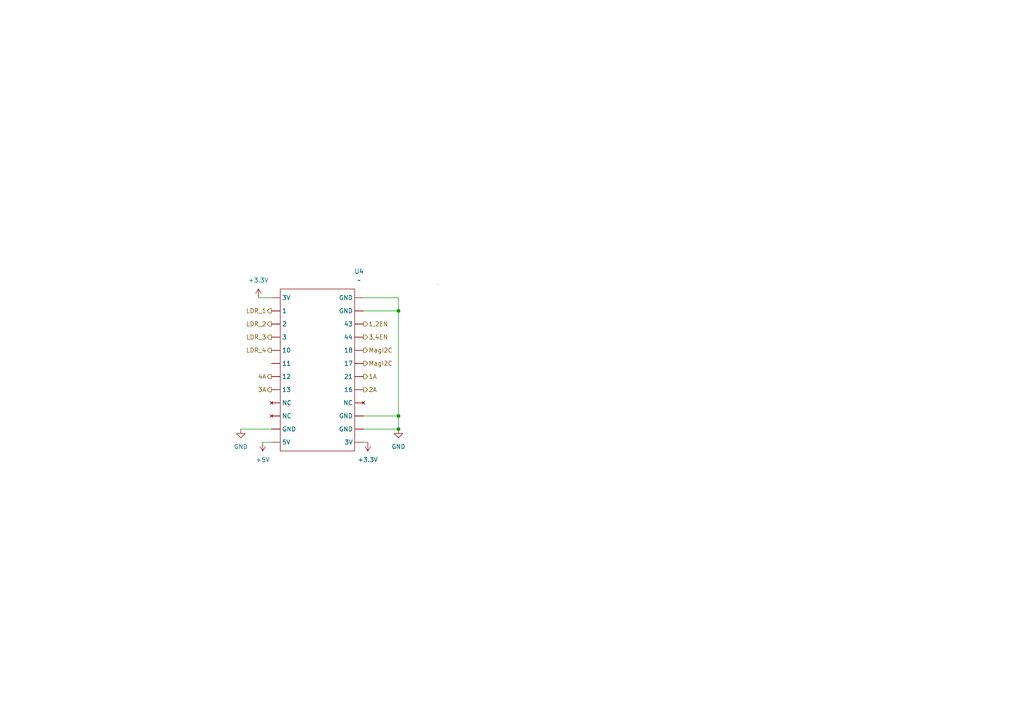
<source format=kicad_sch>
(kicad_sch (version 20250114) (generator "eeschema") (generator_version "9.0")
  (paper "A4")
  (lib_symbols
    (symbol "EPS32_lilygo_s3_1"
      (property "Reference" "U4" (at 12.7 2.54 0))
      (property "Value" "~" (at 12.7 0 0))
      (symbol "EPS32_lilygo_s3_1_0_1"
        (rectangle (start -10.16 -2.54) (end 11.43 -49.53))
        (rectangle (start 35.56 -1.27) (end 35.56 -1.27))
      )
      (symbol "EPS32_lilygo_s3_1_1_1"
        (pin output line (at -12.7 -5.08 0) (length 2.54) (name "3V") (number ""))
        (pin input line (at -12.7 -8.89 0) (length 2.54) (name "1") (number ""))
        (pin input line (at -12.7 -12.7 0) (length 2.54) (name "2") (number ""))
        (pin input line (at -12.7 -16.51 0) (length 2.54) (name "3") (number ""))
        (pin input line (at -12.7 -20.32 0) (length 2.54) (name "10") (number ""))
        (pin input line (at -12.7 -24.13 0) (length 2.54) (name "11") (number ""))
        (pin output line (at -12.7 -27.94 0) (length 2.54) (name "12") (number ""))
        (pin output line (at -12.7 -31.75 0) (length 2.54) (name "13") (number ""))
        (pin no_connect line (at -12.7 -35.56 0) (length 2.54) (name "NC") (number ""))
        (pin no_connect line (at -12.7 -39.37 0) (length 2.54) (name "NC") (number ""))
        (pin output line (at -12.7 -43.18 0) (length 2.54) (name "GND") (number ""))
        (pin output line (at -12.7 -46.99 0) (length 2.54) (name "5V") (number ""))
        (pin output line (at 13.97 -5.08 180) (length 2.54) (name "GND") (number ""))
        (pin output line (at 13.97 -8.89 180) (length 2.54) (name "GND") (number ""))
        (pin output line (at 13.97 -12.7 180) (length 2.54) (name "43") (number ""))
        (pin output line (at 13.97 -16.51 180) (length 2.54) (name "44") (number ""))
        (pin bidirectional line (at 13.97 -20.32 180) (length 2.54) (name "18") (number ""))
        (pin bidirectional line (at 13.97 -24.13 180) (length 2.54) (name "17") (number ""))
        (pin output line (at 13.97 -27.94 180) (length 2.54) (name "21") (number ""))
        (pin output line (at 13.97 -31.75 180) (length 2.54) (name "16") (number ""))
        (pin no_connect line (at 13.97 -35.56 180) (length 2.54) (name "NC") (number ""))
        (pin output line (at 13.97 -39.37 180) (length 2.54) (name "GND") (number ""))
        (pin output line (at 13.97 -43.18 180) (length 2.54) (name "GND") (number ""))
        (pin output line (at 13.97 -46.99 180) (length 2.54) (name "3V") (number ""))
      )
    )
    (symbol "power:+3.3V" (power) (pin_numbers (hide yes)) (pin_names (offset 0) (hide yes))
      (property "Value" "+3.3V" (at 0 3.556 0))
      (symbol "+3.3V_0_1"
        (polyline (pts (xy -0.762 1.27) (xy 0 2.54)))
        (polyline (pts (xy 0 2.54) (xy 0.762 1.27)))
        (polyline (pts (xy 0 0) (xy 0 2.54)))
      )
      (symbol "+3.3V_1_1"
        (pin power_in line (at 0 0 90) (length 0) (name "~") (number "1"))
      )
    )
    (symbol "power:+5V" (power) (pin_numbers (hide yes)) (pin_names (offset 0) (hide yes))
      (property "Value" "+5V" (at 0 3.556 0))
      (symbol "+5V_0_1"
        (polyline (pts (xy -0.762 1.27) (xy 0 2.54)))
        (polyline (pts (xy 0 2.54) (xy 0.762 1.27)))
        (polyline (pts (xy 0 0) (xy 0 2.54)))
      )
      (symbol "+5V_1_1"
        (pin power_in line (at 0 0 90) (length 0) (name "~") (number "1"))
      )
    )
    (symbol "power:GND" (power) (pin_numbers (hide yes)) (pin_names (offset 0) (hide yes))
      (property "Value" "GND" (at 0 -3.81 0))
      (symbol "GND_0_1"
        (polyline (pts (xy 0 0) (xy 0 -1.27) (xy 1.27 -1.27) (xy 0 -2.54) (xy -1.27 -1.27) (xy 0 -1.27)))
      )
      (symbol "GND_1_1"
        (pin power_in line (at 0 0 270) (length 0) (name "~") (number "1"))
      )
    )
  )
  (junction (at 115.57 90.17))
  (junction (at 115.57 120.65))
  (junction (at 115.57 124.46))
  (wire (pts (xy 69.85 124.46) (xy 78.74 124.46)))
  (wire (pts (xy 106.68 128.27) (xy 105.41 128.27)))
  (wire (pts (xy 115.57 120.65) (xy 115.57 124.46)))
  (wire (pts (xy 115.57 86.36) (xy 105.41 86.36)))
  (wire (pts (xy 74.93 86.36) (xy 78.74 86.36)))
  (wire (pts (xy 105.41 90.17) (xy 115.57 90.17)))
  (wire (pts (xy 115.57 86.36) (xy 115.57 90.17)))
  (wire (pts (xy 105.41 120.65) (xy 115.57 120.65)))
  (wire (pts (xy 105.41 124.46) (xy 115.57 124.46)))
  (wire (pts (xy 115.57 90.17) (xy 115.57 120.65)))
  (wire (pts (xy 76.2 128.27) (xy 78.74 128.27)))
  (hierarchical_label "LDR_2" (shape output) (at 78.74 93.98 180))
  (hierarchical_label "LDR_3" (shape output) (at 78.74 97.79 180))
  (hierarchical_label "LDR_4" (shape output) (at 78.74 101.6 180))
  (hierarchical_label "1A" (shape output) (at 105.41 109.22 0))
  (hierarchical_label "LDR_1" (shape output) (at 78.74 90.17 180))
  (hierarchical_label "MagI2C" (shape output) (at 105.41 101.6 0))
  (hierarchical_label "3A" (shape output) (at 78.74 113.03 180))
  (hierarchical_label "2A" (shape output) (at 105.41 113.03 0))
  (hierarchical_label "4A" (shape output) (at 78.74 109.22 180))
  (hierarchical_label "3,4EN" (shape output) (at 105.41 97.79 0))
  (hierarchical_label "MagI2C" (shape output) (at 105.41 105.41 0))
  (hierarchical_label "1,2EN" (shape output) (at 105.41 93.98 0))
  (symbol (lib_id "power:+3.3V") (at 74.93 86.36 0) (unit 1)
    (property "Reference" "#PWR011" (effects (hide yes)))
    (property "Value" "+3.3V" (at 74.93 81.28 0))
    (property "Description" "Power symbol creates a global label with name \"+3.3V\"" (effects (hide yes)))
  )
  (symbol (lib_name "EPS32_lilygo_s3_1") (lib_id "project_lib:EPS32_lilygo_s3") (at 91.44 81.28 0) (unit 1)
    (property "Reference" "U4" (at 104.14 78.74 0))
    (property "Value" "~" (at 104.14 81.28 0))
  )
  (symbol (lib_id "power:+3.3V") (at 106.68 128.27 180) (unit 1)
    (property "Reference" "#PWR012" (effects (hide yes)))
    (property "Value" "+3.3V" (at 106.68 133.35 0))
    (property "Description" "Power symbol creates a global label with name \"+3.3V\"" (effects (hide yes)))
  )
  (symbol (lib_id "power:GND") (at 69.85 124.46 0) (unit 1)
    (property "Reference" "#PWR013" (effects (hide yes)))
    (property "Value" "GND" (at 69.85 129.54 0))
    (property "Description" "Power symbol creates a global label with name \"GND\" , ground" (effects (hide yes)))
  )
  (symbol (lib_id "power:+5V") (at 76.2 128.27 180) (unit 1)
    (property "Reference" "#PWR014" (effects (hide yes)))
    (property "Value" "+5V" (at 76.2 133.35 0))
    (property "Description" "Power symbol creates a global label with name \"+5V\"" (effects (hide yes)))
  )
  (symbol (lib_id "power:GND") (at 115.57 124.46 0) (unit 1)
    (property "Reference" "#PWR017" (effects (hide yes)))
    (property "Value" "GND" (at 115.57 129.54 0))
    (property "Description" "Power symbol creates a global label with name \"GND\" , ground" (effects (hide yes)))
  )
)
</source>
